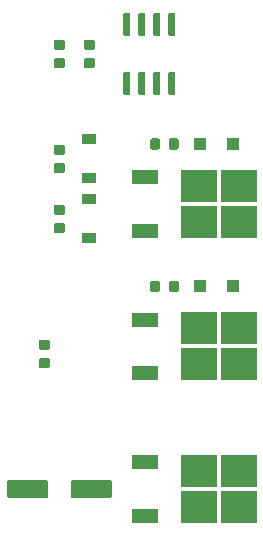
<source format=gbr>
G04 #@! TF.GenerationSoftware,KiCad,Pcbnew,(5.1.5)-3*
G04 #@! TF.CreationDate,2020-06-25T10:52:07+02:00*
G04 #@! TF.ProjectId,VacTool,56616354-6f6f-46c2-9e6b-696361645f70,v0.0*
G04 #@! TF.SameCoordinates,Original*
G04 #@! TF.FileFunction,Paste,Top*
G04 #@! TF.FilePolarity,Positive*
%FSLAX46Y46*%
G04 Gerber Fmt 4.6, Leading zero omitted, Abs format (unit mm)*
G04 Created by KiCad (PCBNEW (5.1.5)-3) date 2020-06-25 10:52:07*
%MOMM*%
%LPD*%
G04 APERTURE LIST*
%ADD10C,0.100000*%
%ADD11R,3.050000X2.750000*%
%ADD12R,2.200000X1.200000*%
%ADD13R,1.100000X1.100000*%
%ADD14R,1.200000X0.900000*%
G04 APERTURE END LIST*
D10*
G36*
X148119703Y-79100722D02*
G01*
X148134264Y-79102882D01*
X148148543Y-79106459D01*
X148162403Y-79111418D01*
X148175710Y-79117712D01*
X148188336Y-79125280D01*
X148200159Y-79134048D01*
X148211066Y-79143934D01*
X148220952Y-79154841D01*
X148229720Y-79166664D01*
X148237288Y-79179290D01*
X148243582Y-79192597D01*
X148248541Y-79206457D01*
X148252118Y-79220736D01*
X148254278Y-79235297D01*
X148255000Y-79250000D01*
X148255000Y-80900000D01*
X148254278Y-80914703D01*
X148252118Y-80929264D01*
X148248541Y-80943543D01*
X148243582Y-80957403D01*
X148237288Y-80970710D01*
X148229720Y-80983336D01*
X148220952Y-80995159D01*
X148211066Y-81006066D01*
X148200159Y-81015952D01*
X148188336Y-81024720D01*
X148175710Y-81032288D01*
X148162403Y-81038582D01*
X148148543Y-81043541D01*
X148134264Y-81047118D01*
X148119703Y-81049278D01*
X148105000Y-81050000D01*
X147805000Y-81050000D01*
X147790297Y-81049278D01*
X147775736Y-81047118D01*
X147761457Y-81043541D01*
X147747597Y-81038582D01*
X147734290Y-81032288D01*
X147721664Y-81024720D01*
X147709841Y-81015952D01*
X147698934Y-81006066D01*
X147689048Y-80995159D01*
X147680280Y-80983336D01*
X147672712Y-80970710D01*
X147666418Y-80957403D01*
X147661459Y-80943543D01*
X147657882Y-80929264D01*
X147655722Y-80914703D01*
X147655000Y-80900000D01*
X147655000Y-79250000D01*
X147655722Y-79235297D01*
X147657882Y-79220736D01*
X147661459Y-79206457D01*
X147666418Y-79192597D01*
X147672712Y-79179290D01*
X147680280Y-79166664D01*
X147689048Y-79154841D01*
X147698934Y-79143934D01*
X147709841Y-79134048D01*
X147721664Y-79125280D01*
X147734290Y-79117712D01*
X147747597Y-79111418D01*
X147761457Y-79106459D01*
X147775736Y-79102882D01*
X147790297Y-79100722D01*
X147805000Y-79100000D01*
X148105000Y-79100000D01*
X148119703Y-79100722D01*
G37*
G36*
X149389703Y-79100722D02*
G01*
X149404264Y-79102882D01*
X149418543Y-79106459D01*
X149432403Y-79111418D01*
X149445710Y-79117712D01*
X149458336Y-79125280D01*
X149470159Y-79134048D01*
X149481066Y-79143934D01*
X149490952Y-79154841D01*
X149499720Y-79166664D01*
X149507288Y-79179290D01*
X149513582Y-79192597D01*
X149518541Y-79206457D01*
X149522118Y-79220736D01*
X149524278Y-79235297D01*
X149525000Y-79250000D01*
X149525000Y-80900000D01*
X149524278Y-80914703D01*
X149522118Y-80929264D01*
X149518541Y-80943543D01*
X149513582Y-80957403D01*
X149507288Y-80970710D01*
X149499720Y-80983336D01*
X149490952Y-80995159D01*
X149481066Y-81006066D01*
X149470159Y-81015952D01*
X149458336Y-81024720D01*
X149445710Y-81032288D01*
X149432403Y-81038582D01*
X149418543Y-81043541D01*
X149404264Y-81047118D01*
X149389703Y-81049278D01*
X149375000Y-81050000D01*
X149075000Y-81050000D01*
X149060297Y-81049278D01*
X149045736Y-81047118D01*
X149031457Y-81043541D01*
X149017597Y-81038582D01*
X149004290Y-81032288D01*
X148991664Y-81024720D01*
X148979841Y-81015952D01*
X148968934Y-81006066D01*
X148959048Y-80995159D01*
X148950280Y-80983336D01*
X148942712Y-80970710D01*
X148936418Y-80957403D01*
X148931459Y-80943543D01*
X148927882Y-80929264D01*
X148925722Y-80914703D01*
X148925000Y-80900000D01*
X148925000Y-79250000D01*
X148925722Y-79235297D01*
X148927882Y-79220736D01*
X148931459Y-79206457D01*
X148936418Y-79192597D01*
X148942712Y-79179290D01*
X148950280Y-79166664D01*
X148959048Y-79154841D01*
X148968934Y-79143934D01*
X148979841Y-79134048D01*
X148991664Y-79125280D01*
X149004290Y-79117712D01*
X149017597Y-79111418D01*
X149031457Y-79106459D01*
X149045736Y-79102882D01*
X149060297Y-79100722D01*
X149075000Y-79100000D01*
X149375000Y-79100000D01*
X149389703Y-79100722D01*
G37*
G36*
X150659703Y-79100722D02*
G01*
X150674264Y-79102882D01*
X150688543Y-79106459D01*
X150702403Y-79111418D01*
X150715710Y-79117712D01*
X150728336Y-79125280D01*
X150740159Y-79134048D01*
X150751066Y-79143934D01*
X150760952Y-79154841D01*
X150769720Y-79166664D01*
X150777288Y-79179290D01*
X150783582Y-79192597D01*
X150788541Y-79206457D01*
X150792118Y-79220736D01*
X150794278Y-79235297D01*
X150795000Y-79250000D01*
X150795000Y-80900000D01*
X150794278Y-80914703D01*
X150792118Y-80929264D01*
X150788541Y-80943543D01*
X150783582Y-80957403D01*
X150777288Y-80970710D01*
X150769720Y-80983336D01*
X150760952Y-80995159D01*
X150751066Y-81006066D01*
X150740159Y-81015952D01*
X150728336Y-81024720D01*
X150715710Y-81032288D01*
X150702403Y-81038582D01*
X150688543Y-81043541D01*
X150674264Y-81047118D01*
X150659703Y-81049278D01*
X150645000Y-81050000D01*
X150345000Y-81050000D01*
X150330297Y-81049278D01*
X150315736Y-81047118D01*
X150301457Y-81043541D01*
X150287597Y-81038582D01*
X150274290Y-81032288D01*
X150261664Y-81024720D01*
X150249841Y-81015952D01*
X150238934Y-81006066D01*
X150229048Y-80995159D01*
X150220280Y-80983336D01*
X150212712Y-80970710D01*
X150206418Y-80957403D01*
X150201459Y-80943543D01*
X150197882Y-80929264D01*
X150195722Y-80914703D01*
X150195000Y-80900000D01*
X150195000Y-79250000D01*
X150195722Y-79235297D01*
X150197882Y-79220736D01*
X150201459Y-79206457D01*
X150206418Y-79192597D01*
X150212712Y-79179290D01*
X150220280Y-79166664D01*
X150229048Y-79154841D01*
X150238934Y-79143934D01*
X150249841Y-79134048D01*
X150261664Y-79125280D01*
X150274290Y-79117712D01*
X150287597Y-79111418D01*
X150301457Y-79106459D01*
X150315736Y-79102882D01*
X150330297Y-79100722D01*
X150345000Y-79100000D01*
X150645000Y-79100000D01*
X150659703Y-79100722D01*
G37*
G36*
X151929703Y-79100722D02*
G01*
X151944264Y-79102882D01*
X151958543Y-79106459D01*
X151972403Y-79111418D01*
X151985710Y-79117712D01*
X151998336Y-79125280D01*
X152010159Y-79134048D01*
X152021066Y-79143934D01*
X152030952Y-79154841D01*
X152039720Y-79166664D01*
X152047288Y-79179290D01*
X152053582Y-79192597D01*
X152058541Y-79206457D01*
X152062118Y-79220736D01*
X152064278Y-79235297D01*
X152065000Y-79250000D01*
X152065000Y-80900000D01*
X152064278Y-80914703D01*
X152062118Y-80929264D01*
X152058541Y-80943543D01*
X152053582Y-80957403D01*
X152047288Y-80970710D01*
X152039720Y-80983336D01*
X152030952Y-80995159D01*
X152021066Y-81006066D01*
X152010159Y-81015952D01*
X151998336Y-81024720D01*
X151985710Y-81032288D01*
X151972403Y-81038582D01*
X151958543Y-81043541D01*
X151944264Y-81047118D01*
X151929703Y-81049278D01*
X151915000Y-81050000D01*
X151615000Y-81050000D01*
X151600297Y-81049278D01*
X151585736Y-81047118D01*
X151571457Y-81043541D01*
X151557597Y-81038582D01*
X151544290Y-81032288D01*
X151531664Y-81024720D01*
X151519841Y-81015952D01*
X151508934Y-81006066D01*
X151499048Y-80995159D01*
X151490280Y-80983336D01*
X151482712Y-80970710D01*
X151476418Y-80957403D01*
X151471459Y-80943543D01*
X151467882Y-80929264D01*
X151465722Y-80914703D01*
X151465000Y-80900000D01*
X151465000Y-79250000D01*
X151465722Y-79235297D01*
X151467882Y-79220736D01*
X151471459Y-79206457D01*
X151476418Y-79192597D01*
X151482712Y-79179290D01*
X151490280Y-79166664D01*
X151499048Y-79154841D01*
X151508934Y-79143934D01*
X151519841Y-79134048D01*
X151531664Y-79125280D01*
X151544290Y-79117712D01*
X151557597Y-79111418D01*
X151571457Y-79106459D01*
X151585736Y-79102882D01*
X151600297Y-79100722D01*
X151615000Y-79100000D01*
X151915000Y-79100000D01*
X151929703Y-79100722D01*
G37*
G36*
X151929703Y-84050722D02*
G01*
X151944264Y-84052882D01*
X151958543Y-84056459D01*
X151972403Y-84061418D01*
X151985710Y-84067712D01*
X151998336Y-84075280D01*
X152010159Y-84084048D01*
X152021066Y-84093934D01*
X152030952Y-84104841D01*
X152039720Y-84116664D01*
X152047288Y-84129290D01*
X152053582Y-84142597D01*
X152058541Y-84156457D01*
X152062118Y-84170736D01*
X152064278Y-84185297D01*
X152065000Y-84200000D01*
X152065000Y-85850000D01*
X152064278Y-85864703D01*
X152062118Y-85879264D01*
X152058541Y-85893543D01*
X152053582Y-85907403D01*
X152047288Y-85920710D01*
X152039720Y-85933336D01*
X152030952Y-85945159D01*
X152021066Y-85956066D01*
X152010159Y-85965952D01*
X151998336Y-85974720D01*
X151985710Y-85982288D01*
X151972403Y-85988582D01*
X151958543Y-85993541D01*
X151944264Y-85997118D01*
X151929703Y-85999278D01*
X151915000Y-86000000D01*
X151615000Y-86000000D01*
X151600297Y-85999278D01*
X151585736Y-85997118D01*
X151571457Y-85993541D01*
X151557597Y-85988582D01*
X151544290Y-85982288D01*
X151531664Y-85974720D01*
X151519841Y-85965952D01*
X151508934Y-85956066D01*
X151499048Y-85945159D01*
X151490280Y-85933336D01*
X151482712Y-85920710D01*
X151476418Y-85907403D01*
X151471459Y-85893543D01*
X151467882Y-85879264D01*
X151465722Y-85864703D01*
X151465000Y-85850000D01*
X151465000Y-84200000D01*
X151465722Y-84185297D01*
X151467882Y-84170736D01*
X151471459Y-84156457D01*
X151476418Y-84142597D01*
X151482712Y-84129290D01*
X151490280Y-84116664D01*
X151499048Y-84104841D01*
X151508934Y-84093934D01*
X151519841Y-84084048D01*
X151531664Y-84075280D01*
X151544290Y-84067712D01*
X151557597Y-84061418D01*
X151571457Y-84056459D01*
X151585736Y-84052882D01*
X151600297Y-84050722D01*
X151615000Y-84050000D01*
X151915000Y-84050000D01*
X151929703Y-84050722D01*
G37*
G36*
X150659703Y-84050722D02*
G01*
X150674264Y-84052882D01*
X150688543Y-84056459D01*
X150702403Y-84061418D01*
X150715710Y-84067712D01*
X150728336Y-84075280D01*
X150740159Y-84084048D01*
X150751066Y-84093934D01*
X150760952Y-84104841D01*
X150769720Y-84116664D01*
X150777288Y-84129290D01*
X150783582Y-84142597D01*
X150788541Y-84156457D01*
X150792118Y-84170736D01*
X150794278Y-84185297D01*
X150795000Y-84200000D01*
X150795000Y-85850000D01*
X150794278Y-85864703D01*
X150792118Y-85879264D01*
X150788541Y-85893543D01*
X150783582Y-85907403D01*
X150777288Y-85920710D01*
X150769720Y-85933336D01*
X150760952Y-85945159D01*
X150751066Y-85956066D01*
X150740159Y-85965952D01*
X150728336Y-85974720D01*
X150715710Y-85982288D01*
X150702403Y-85988582D01*
X150688543Y-85993541D01*
X150674264Y-85997118D01*
X150659703Y-85999278D01*
X150645000Y-86000000D01*
X150345000Y-86000000D01*
X150330297Y-85999278D01*
X150315736Y-85997118D01*
X150301457Y-85993541D01*
X150287597Y-85988582D01*
X150274290Y-85982288D01*
X150261664Y-85974720D01*
X150249841Y-85965952D01*
X150238934Y-85956066D01*
X150229048Y-85945159D01*
X150220280Y-85933336D01*
X150212712Y-85920710D01*
X150206418Y-85907403D01*
X150201459Y-85893543D01*
X150197882Y-85879264D01*
X150195722Y-85864703D01*
X150195000Y-85850000D01*
X150195000Y-84200000D01*
X150195722Y-84185297D01*
X150197882Y-84170736D01*
X150201459Y-84156457D01*
X150206418Y-84142597D01*
X150212712Y-84129290D01*
X150220280Y-84116664D01*
X150229048Y-84104841D01*
X150238934Y-84093934D01*
X150249841Y-84084048D01*
X150261664Y-84075280D01*
X150274290Y-84067712D01*
X150287597Y-84061418D01*
X150301457Y-84056459D01*
X150315736Y-84052882D01*
X150330297Y-84050722D01*
X150345000Y-84050000D01*
X150645000Y-84050000D01*
X150659703Y-84050722D01*
G37*
G36*
X149389703Y-84050722D02*
G01*
X149404264Y-84052882D01*
X149418543Y-84056459D01*
X149432403Y-84061418D01*
X149445710Y-84067712D01*
X149458336Y-84075280D01*
X149470159Y-84084048D01*
X149481066Y-84093934D01*
X149490952Y-84104841D01*
X149499720Y-84116664D01*
X149507288Y-84129290D01*
X149513582Y-84142597D01*
X149518541Y-84156457D01*
X149522118Y-84170736D01*
X149524278Y-84185297D01*
X149525000Y-84200000D01*
X149525000Y-85850000D01*
X149524278Y-85864703D01*
X149522118Y-85879264D01*
X149518541Y-85893543D01*
X149513582Y-85907403D01*
X149507288Y-85920710D01*
X149499720Y-85933336D01*
X149490952Y-85945159D01*
X149481066Y-85956066D01*
X149470159Y-85965952D01*
X149458336Y-85974720D01*
X149445710Y-85982288D01*
X149432403Y-85988582D01*
X149418543Y-85993541D01*
X149404264Y-85997118D01*
X149389703Y-85999278D01*
X149375000Y-86000000D01*
X149075000Y-86000000D01*
X149060297Y-85999278D01*
X149045736Y-85997118D01*
X149031457Y-85993541D01*
X149017597Y-85988582D01*
X149004290Y-85982288D01*
X148991664Y-85974720D01*
X148979841Y-85965952D01*
X148968934Y-85956066D01*
X148959048Y-85945159D01*
X148950280Y-85933336D01*
X148942712Y-85920710D01*
X148936418Y-85907403D01*
X148931459Y-85893543D01*
X148927882Y-85879264D01*
X148925722Y-85864703D01*
X148925000Y-85850000D01*
X148925000Y-84200000D01*
X148925722Y-84185297D01*
X148927882Y-84170736D01*
X148931459Y-84156457D01*
X148936418Y-84142597D01*
X148942712Y-84129290D01*
X148950280Y-84116664D01*
X148959048Y-84104841D01*
X148968934Y-84093934D01*
X148979841Y-84084048D01*
X148991664Y-84075280D01*
X149004290Y-84067712D01*
X149017597Y-84061418D01*
X149031457Y-84056459D01*
X149045736Y-84052882D01*
X149060297Y-84050722D01*
X149075000Y-84050000D01*
X149375000Y-84050000D01*
X149389703Y-84050722D01*
G37*
G36*
X148119703Y-84050722D02*
G01*
X148134264Y-84052882D01*
X148148543Y-84056459D01*
X148162403Y-84061418D01*
X148175710Y-84067712D01*
X148188336Y-84075280D01*
X148200159Y-84084048D01*
X148211066Y-84093934D01*
X148220952Y-84104841D01*
X148229720Y-84116664D01*
X148237288Y-84129290D01*
X148243582Y-84142597D01*
X148248541Y-84156457D01*
X148252118Y-84170736D01*
X148254278Y-84185297D01*
X148255000Y-84200000D01*
X148255000Y-85850000D01*
X148254278Y-85864703D01*
X148252118Y-85879264D01*
X148248541Y-85893543D01*
X148243582Y-85907403D01*
X148237288Y-85920710D01*
X148229720Y-85933336D01*
X148220952Y-85945159D01*
X148211066Y-85956066D01*
X148200159Y-85965952D01*
X148188336Y-85974720D01*
X148175710Y-85982288D01*
X148162403Y-85988582D01*
X148148543Y-85993541D01*
X148134264Y-85997118D01*
X148119703Y-85999278D01*
X148105000Y-86000000D01*
X147805000Y-86000000D01*
X147790297Y-85999278D01*
X147775736Y-85997118D01*
X147761457Y-85993541D01*
X147747597Y-85988582D01*
X147734290Y-85982288D01*
X147721664Y-85974720D01*
X147709841Y-85965952D01*
X147698934Y-85956066D01*
X147689048Y-85945159D01*
X147680280Y-85933336D01*
X147672712Y-85920710D01*
X147666418Y-85907403D01*
X147661459Y-85893543D01*
X147657882Y-85879264D01*
X147655722Y-85864703D01*
X147655000Y-85850000D01*
X147655000Y-84200000D01*
X147655722Y-84185297D01*
X147657882Y-84170736D01*
X147661459Y-84156457D01*
X147666418Y-84142597D01*
X147672712Y-84129290D01*
X147680280Y-84116664D01*
X147689048Y-84104841D01*
X147698934Y-84093934D01*
X147709841Y-84084048D01*
X147721664Y-84075280D01*
X147734290Y-84067712D01*
X147747597Y-84061418D01*
X147761457Y-84056459D01*
X147775736Y-84052882D01*
X147790297Y-84050722D01*
X147805000Y-84050000D01*
X148105000Y-84050000D01*
X148119703Y-84050722D01*
G37*
D11*
X154095000Y-120905000D03*
X157445000Y-117855000D03*
X154095000Y-117855000D03*
X157445000Y-120905000D03*
D12*
X149470000Y-121660000D03*
X149470000Y-117100000D03*
D10*
G36*
X142517691Y-90216053D02*
G01*
X142538926Y-90219203D01*
X142559750Y-90224419D01*
X142579962Y-90231651D01*
X142599368Y-90240830D01*
X142617781Y-90251866D01*
X142635024Y-90264654D01*
X142650930Y-90279070D01*
X142665346Y-90294976D01*
X142678134Y-90312219D01*
X142689170Y-90330632D01*
X142698349Y-90350038D01*
X142705581Y-90370250D01*
X142710797Y-90391074D01*
X142713947Y-90412309D01*
X142715000Y-90433750D01*
X142715000Y-90871250D01*
X142713947Y-90892691D01*
X142710797Y-90913926D01*
X142705581Y-90934750D01*
X142698349Y-90954962D01*
X142689170Y-90974368D01*
X142678134Y-90992781D01*
X142665346Y-91010024D01*
X142650930Y-91025930D01*
X142635024Y-91040346D01*
X142617781Y-91053134D01*
X142599368Y-91064170D01*
X142579962Y-91073349D01*
X142559750Y-91080581D01*
X142538926Y-91085797D01*
X142517691Y-91088947D01*
X142496250Y-91090000D01*
X141983750Y-91090000D01*
X141962309Y-91088947D01*
X141941074Y-91085797D01*
X141920250Y-91080581D01*
X141900038Y-91073349D01*
X141880632Y-91064170D01*
X141862219Y-91053134D01*
X141844976Y-91040346D01*
X141829070Y-91025930D01*
X141814654Y-91010024D01*
X141801866Y-90992781D01*
X141790830Y-90974368D01*
X141781651Y-90954962D01*
X141774419Y-90934750D01*
X141769203Y-90913926D01*
X141766053Y-90892691D01*
X141765000Y-90871250D01*
X141765000Y-90433750D01*
X141766053Y-90412309D01*
X141769203Y-90391074D01*
X141774419Y-90370250D01*
X141781651Y-90350038D01*
X141790830Y-90330632D01*
X141801866Y-90312219D01*
X141814654Y-90294976D01*
X141829070Y-90279070D01*
X141844976Y-90264654D01*
X141862219Y-90251866D01*
X141880632Y-90240830D01*
X141900038Y-90231651D01*
X141920250Y-90224419D01*
X141941074Y-90219203D01*
X141962309Y-90216053D01*
X141983750Y-90215000D01*
X142496250Y-90215000D01*
X142517691Y-90216053D01*
G37*
G36*
X142517691Y-91791053D02*
G01*
X142538926Y-91794203D01*
X142559750Y-91799419D01*
X142579962Y-91806651D01*
X142599368Y-91815830D01*
X142617781Y-91826866D01*
X142635024Y-91839654D01*
X142650930Y-91854070D01*
X142665346Y-91869976D01*
X142678134Y-91887219D01*
X142689170Y-91905632D01*
X142698349Y-91925038D01*
X142705581Y-91945250D01*
X142710797Y-91966074D01*
X142713947Y-91987309D01*
X142715000Y-92008750D01*
X142715000Y-92446250D01*
X142713947Y-92467691D01*
X142710797Y-92488926D01*
X142705581Y-92509750D01*
X142698349Y-92529962D01*
X142689170Y-92549368D01*
X142678134Y-92567781D01*
X142665346Y-92585024D01*
X142650930Y-92600930D01*
X142635024Y-92615346D01*
X142617781Y-92628134D01*
X142599368Y-92639170D01*
X142579962Y-92648349D01*
X142559750Y-92655581D01*
X142538926Y-92660797D01*
X142517691Y-92663947D01*
X142496250Y-92665000D01*
X141983750Y-92665000D01*
X141962309Y-92663947D01*
X141941074Y-92660797D01*
X141920250Y-92655581D01*
X141900038Y-92648349D01*
X141880632Y-92639170D01*
X141862219Y-92628134D01*
X141844976Y-92615346D01*
X141829070Y-92600930D01*
X141814654Y-92585024D01*
X141801866Y-92567781D01*
X141790830Y-92549368D01*
X141781651Y-92529962D01*
X141774419Y-92509750D01*
X141769203Y-92488926D01*
X141766053Y-92467691D01*
X141765000Y-92446250D01*
X141765000Y-92008750D01*
X141766053Y-91987309D01*
X141769203Y-91966074D01*
X141774419Y-91945250D01*
X141781651Y-91925038D01*
X141790830Y-91905632D01*
X141801866Y-91887219D01*
X141814654Y-91869976D01*
X141829070Y-91854070D01*
X141844976Y-91839654D01*
X141862219Y-91826866D01*
X141880632Y-91815830D01*
X141900038Y-91806651D01*
X141920250Y-91799419D01*
X141941074Y-91794203D01*
X141962309Y-91791053D01*
X141983750Y-91790000D01*
X142496250Y-91790000D01*
X142517691Y-91791053D01*
G37*
G36*
X142517691Y-96871053D02*
G01*
X142538926Y-96874203D01*
X142559750Y-96879419D01*
X142579962Y-96886651D01*
X142599368Y-96895830D01*
X142617781Y-96906866D01*
X142635024Y-96919654D01*
X142650930Y-96934070D01*
X142665346Y-96949976D01*
X142678134Y-96967219D01*
X142689170Y-96985632D01*
X142698349Y-97005038D01*
X142705581Y-97025250D01*
X142710797Y-97046074D01*
X142713947Y-97067309D01*
X142715000Y-97088750D01*
X142715000Y-97526250D01*
X142713947Y-97547691D01*
X142710797Y-97568926D01*
X142705581Y-97589750D01*
X142698349Y-97609962D01*
X142689170Y-97629368D01*
X142678134Y-97647781D01*
X142665346Y-97665024D01*
X142650930Y-97680930D01*
X142635024Y-97695346D01*
X142617781Y-97708134D01*
X142599368Y-97719170D01*
X142579962Y-97728349D01*
X142559750Y-97735581D01*
X142538926Y-97740797D01*
X142517691Y-97743947D01*
X142496250Y-97745000D01*
X141983750Y-97745000D01*
X141962309Y-97743947D01*
X141941074Y-97740797D01*
X141920250Y-97735581D01*
X141900038Y-97728349D01*
X141880632Y-97719170D01*
X141862219Y-97708134D01*
X141844976Y-97695346D01*
X141829070Y-97680930D01*
X141814654Y-97665024D01*
X141801866Y-97647781D01*
X141790830Y-97629368D01*
X141781651Y-97609962D01*
X141774419Y-97589750D01*
X141769203Y-97568926D01*
X141766053Y-97547691D01*
X141765000Y-97526250D01*
X141765000Y-97088750D01*
X141766053Y-97067309D01*
X141769203Y-97046074D01*
X141774419Y-97025250D01*
X141781651Y-97005038D01*
X141790830Y-96985632D01*
X141801866Y-96967219D01*
X141814654Y-96949976D01*
X141829070Y-96934070D01*
X141844976Y-96919654D01*
X141862219Y-96906866D01*
X141880632Y-96895830D01*
X141900038Y-96886651D01*
X141920250Y-96879419D01*
X141941074Y-96874203D01*
X141962309Y-96871053D01*
X141983750Y-96870000D01*
X142496250Y-96870000D01*
X142517691Y-96871053D01*
G37*
G36*
X142517691Y-95296053D02*
G01*
X142538926Y-95299203D01*
X142559750Y-95304419D01*
X142579962Y-95311651D01*
X142599368Y-95320830D01*
X142617781Y-95331866D01*
X142635024Y-95344654D01*
X142650930Y-95359070D01*
X142665346Y-95374976D01*
X142678134Y-95392219D01*
X142689170Y-95410632D01*
X142698349Y-95430038D01*
X142705581Y-95450250D01*
X142710797Y-95471074D01*
X142713947Y-95492309D01*
X142715000Y-95513750D01*
X142715000Y-95951250D01*
X142713947Y-95972691D01*
X142710797Y-95993926D01*
X142705581Y-96014750D01*
X142698349Y-96034962D01*
X142689170Y-96054368D01*
X142678134Y-96072781D01*
X142665346Y-96090024D01*
X142650930Y-96105930D01*
X142635024Y-96120346D01*
X142617781Y-96133134D01*
X142599368Y-96144170D01*
X142579962Y-96153349D01*
X142559750Y-96160581D01*
X142538926Y-96165797D01*
X142517691Y-96168947D01*
X142496250Y-96170000D01*
X141983750Y-96170000D01*
X141962309Y-96168947D01*
X141941074Y-96165797D01*
X141920250Y-96160581D01*
X141900038Y-96153349D01*
X141880632Y-96144170D01*
X141862219Y-96133134D01*
X141844976Y-96120346D01*
X141829070Y-96105930D01*
X141814654Y-96090024D01*
X141801866Y-96072781D01*
X141790830Y-96054368D01*
X141781651Y-96034962D01*
X141774419Y-96014750D01*
X141769203Y-95993926D01*
X141766053Y-95972691D01*
X141765000Y-95951250D01*
X141765000Y-95513750D01*
X141766053Y-95492309D01*
X141769203Y-95471074D01*
X141774419Y-95450250D01*
X141781651Y-95430038D01*
X141790830Y-95410632D01*
X141801866Y-95392219D01*
X141814654Y-95374976D01*
X141829070Y-95359070D01*
X141844976Y-95344654D01*
X141862219Y-95331866D01*
X141880632Y-95320830D01*
X141900038Y-95311651D01*
X141920250Y-95304419D01*
X141941074Y-95299203D01*
X141962309Y-95296053D01*
X141983750Y-95295000D01*
X142496250Y-95295000D01*
X142517691Y-95296053D01*
G37*
G36*
X150582691Y-101761053D02*
G01*
X150603926Y-101764203D01*
X150624750Y-101769419D01*
X150644962Y-101776651D01*
X150664368Y-101785830D01*
X150682781Y-101796866D01*
X150700024Y-101809654D01*
X150715930Y-101824070D01*
X150730346Y-101839976D01*
X150743134Y-101857219D01*
X150754170Y-101875632D01*
X150763349Y-101895038D01*
X150770581Y-101915250D01*
X150775797Y-101936074D01*
X150778947Y-101957309D01*
X150780000Y-101978750D01*
X150780000Y-102491250D01*
X150778947Y-102512691D01*
X150775797Y-102533926D01*
X150770581Y-102554750D01*
X150763349Y-102574962D01*
X150754170Y-102594368D01*
X150743134Y-102612781D01*
X150730346Y-102630024D01*
X150715930Y-102645930D01*
X150700024Y-102660346D01*
X150682781Y-102673134D01*
X150664368Y-102684170D01*
X150644962Y-102693349D01*
X150624750Y-102700581D01*
X150603926Y-102705797D01*
X150582691Y-102708947D01*
X150561250Y-102710000D01*
X150123750Y-102710000D01*
X150102309Y-102708947D01*
X150081074Y-102705797D01*
X150060250Y-102700581D01*
X150040038Y-102693349D01*
X150020632Y-102684170D01*
X150002219Y-102673134D01*
X149984976Y-102660346D01*
X149969070Y-102645930D01*
X149954654Y-102630024D01*
X149941866Y-102612781D01*
X149930830Y-102594368D01*
X149921651Y-102574962D01*
X149914419Y-102554750D01*
X149909203Y-102533926D01*
X149906053Y-102512691D01*
X149905000Y-102491250D01*
X149905000Y-101978750D01*
X149906053Y-101957309D01*
X149909203Y-101936074D01*
X149914419Y-101915250D01*
X149921651Y-101895038D01*
X149930830Y-101875632D01*
X149941866Y-101857219D01*
X149954654Y-101839976D01*
X149969070Y-101824070D01*
X149984976Y-101809654D01*
X150002219Y-101796866D01*
X150020632Y-101785830D01*
X150040038Y-101776651D01*
X150060250Y-101769419D01*
X150081074Y-101764203D01*
X150102309Y-101761053D01*
X150123750Y-101760000D01*
X150561250Y-101760000D01*
X150582691Y-101761053D01*
G37*
G36*
X152157691Y-101761053D02*
G01*
X152178926Y-101764203D01*
X152199750Y-101769419D01*
X152219962Y-101776651D01*
X152239368Y-101785830D01*
X152257781Y-101796866D01*
X152275024Y-101809654D01*
X152290930Y-101824070D01*
X152305346Y-101839976D01*
X152318134Y-101857219D01*
X152329170Y-101875632D01*
X152338349Y-101895038D01*
X152345581Y-101915250D01*
X152350797Y-101936074D01*
X152353947Y-101957309D01*
X152355000Y-101978750D01*
X152355000Y-102491250D01*
X152353947Y-102512691D01*
X152350797Y-102533926D01*
X152345581Y-102554750D01*
X152338349Y-102574962D01*
X152329170Y-102594368D01*
X152318134Y-102612781D01*
X152305346Y-102630024D01*
X152290930Y-102645930D01*
X152275024Y-102660346D01*
X152257781Y-102673134D01*
X152239368Y-102684170D01*
X152219962Y-102693349D01*
X152199750Y-102700581D01*
X152178926Y-102705797D01*
X152157691Y-102708947D01*
X152136250Y-102710000D01*
X151698750Y-102710000D01*
X151677309Y-102708947D01*
X151656074Y-102705797D01*
X151635250Y-102700581D01*
X151615038Y-102693349D01*
X151595632Y-102684170D01*
X151577219Y-102673134D01*
X151559976Y-102660346D01*
X151544070Y-102645930D01*
X151529654Y-102630024D01*
X151516866Y-102612781D01*
X151505830Y-102594368D01*
X151496651Y-102574962D01*
X151489419Y-102554750D01*
X151484203Y-102533926D01*
X151481053Y-102512691D01*
X151480000Y-102491250D01*
X151480000Y-101978750D01*
X151481053Y-101957309D01*
X151484203Y-101936074D01*
X151489419Y-101915250D01*
X151496651Y-101895038D01*
X151505830Y-101875632D01*
X151516866Y-101857219D01*
X151529654Y-101839976D01*
X151544070Y-101824070D01*
X151559976Y-101809654D01*
X151577219Y-101796866D01*
X151595632Y-101785830D01*
X151615038Y-101776651D01*
X151635250Y-101769419D01*
X151656074Y-101764203D01*
X151677309Y-101761053D01*
X151698750Y-101760000D01*
X152136250Y-101760000D01*
X152157691Y-101761053D01*
G37*
G36*
X141247691Y-106726053D02*
G01*
X141268926Y-106729203D01*
X141289750Y-106734419D01*
X141309962Y-106741651D01*
X141329368Y-106750830D01*
X141347781Y-106761866D01*
X141365024Y-106774654D01*
X141380930Y-106789070D01*
X141395346Y-106804976D01*
X141408134Y-106822219D01*
X141419170Y-106840632D01*
X141428349Y-106860038D01*
X141435581Y-106880250D01*
X141440797Y-106901074D01*
X141443947Y-106922309D01*
X141445000Y-106943750D01*
X141445000Y-107381250D01*
X141443947Y-107402691D01*
X141440797Y-107423926D01*
X141435581Y-107444750D01*
X141428349Y-107464962D01*
X141419170Y-107484368D01*
X141408134Y-107502781D01*
X141395346Y-107520024D01*
X141380930Y-107535930D01*
X141365024Y-107550346D01*
X141347781Y-107563134D01*
X141329368Y-107574170D01*
X141309962Y-107583349D01*
X141289750Y-107590581D01*
X141268926Y-107595797D01*
X141247691Y-107598947D01*
X141226250Y-107600000D01*
X140713750Y-107600000D01*
X140692309Y-107598947D01*
X140671074Y-107595797D01*
X140650250Y-107590581D01*
X140630038Y-107583349D01*
X140610632Y-107574170D01*
X140592219Y-107563134D01*
X140574976Y-107550346D01*
X140559070Y-107535930D01*
X140544654Y-107520024D01*
X140531866Y-107502781D01*
X140520830Y-107484368D01*
X140511651Y-107464962D01*
X140504419Y-107444750D01*
X140499203Y-107423926D01*
X140496053Y-107402691D01*
X140495000Y-107381250D01*
X140495000Y-106943750D01*
X140496053Y-106922309D01*
X140499203Y-106901074D01*
X140504419Y-106880250D01*
X140511651Y-106860038D01*
X140520830Y-106840632D01*
X140531866Y-106822219D01*
X140544654Y-106804976D01*
X140559070Y-106789070D01*
X140574976Y-106774654D01*
X140592219Y-106761866D01*
X140610632Y-106750830D01*
X140630038Y-106741651D01*
X140650250Y-106734419D01*
X140671074Y-106729203D01*
X140692309Y-106726053D01*
X140713750Y-106725000D01*
X141226250Y-106725000D01*
X141247691Y-106726053D01*
G37*
G36*
X141247691Y-108301053D02*
G01*
X141268926Y-108304203D01*
X141289750Y-108309419D01*
X141309962Y-108316651D01*
X141329368Y-108325830D01*
X141347781Y-108336866D01*
X141365024Y-108349654D01*
X141380930Y-108364070D01*
X141395346Y-108379976D01*
X141408134Y-108397219D01*
X141419170Y-108415632D01*
X141428349Y-108435038D01*
X141435581Y-108455250D01*
X141440797Y-108476074D01*
X141443947Y-108497309D01*
X141445000Y-108518750D01*
X141445000Y-108956250D01*
X141443947Y-108977691D01*
X141440797Y-108998926D01*
X141435581Y-109019750D01*
X141428349Y-109039962D01*
X141419170Y-109059368D01*
X141408134Y-109077781D01*
X141395346Y-109095024D01*
X141380930Y-109110930D01*
X141365024Y-109125346D01*
X141347781Y-109138134D01*
X141329368Y-109149170D01*
X141309962Y-109158349D01*
X141289750Y-109165581D01*
X141268926Y-109170797D01*
X141247691Y-109173947D01*
X141226250Y-109175000D01*
X140713750Y-109175000D01*
X140692309Y-109173947D01*
X140671074Y-109170797D01*
X140650250Y-109165581D01*
X140630038Y-109158349D01*
X140610632Y-109149170D01*
X140592219Y-109138134D01*
X140574976Y-109125346D01*
X140559070Y-109110930D01*
X140544654Y-109095024D01*
X140531866Y-109077781D01*
X140520830Y-109059368D01*
X140511651Y-109039962D01*
X140504419Y-109019750D01*
X140499203Y-108998926D01*
X140496053Y-108977691D01*
X140495000Y-108956250D01*
X140495000Y-108518750D01*
X140496053Y-108497309D01*
X140499203Y-108476074D01*
X140504419Y-108455250D01*
X140511651Y-108435038D01*
X140520830Y-108415632D01*
X140531866Y-108397219D01*
X140544654Y-108379976D01*
X140559070Y-108364070D01*
X140574976Y-108349654D01*
X140592219Y-108336866D01*
X140610632Y-108325830D01*
X140630038Y-108316651D01*
X140650250Y-108309419D01*
X140671074Y-108304203D01*
X140692309Y-108301053D01*
X140713750Y-108300000D01*
X141226250Y-108300000D01*
X141247691Y-108301053D01*
G37*
G36*
X150582691Y-89696053D02*
G01*
X150603926Y-89699203D01*
X150624750Y-89704419D01*
X150644962Y-89711651D01*
X150664368Y-89720830D01*
X150682781Y-89731866D01*
X150700024Y-89744654D01*
X150715930Y-89759070D01*
X150730346Y-89774976D01*
X150743134Y-89792219D01*
X150754170Y-89810632D01*
X150763349Y-89830038D01*
X150770581Y-89850250D01*
X150775797Y-89871074D01*
X150778947Y-89892309D01*
X150780000Y-89913750D01*
X150780000Y-90426250D01*
X150778947Y-90447691D01*
X150775797Y-90468926D01*
X150770581Y-90489750D01*
X150763349Y-90509962D01*
X150754170Y-90529368D01*
X150743134Y-90547781D01*
X150730346Y-90565024D01*
X150715930Y-90580930D01*
X150700024Y-90595346D01*
X150682781Y-90608134D01*
X150664368Y-90619170D01*
X150644962Y-90628349D01*
X150624750Y-90635581D01*
X150603926Y-90640797D01*
X150582691Y-90643947D01*
X150561250Y-90645000D01*
X150123750Y-90645000D01*
X150102309Y-90643947D01*
X150081074Y-90640797D01*
X150060250Y-90635581D01*
X150040038Y-90628349D01*
X150020632Y-90619170D01*
X150002219Y-90608134D01*
X149984976Y-90595346D01*
X149969070Y-90580930D01*
X149954654Y-90565024D01*
X149941866Y-90547781D01*
X149930830Y-90529368D01*
X149921651Y-90509962D01*
X149914419Y-90489750D01*
X149909203Y-90468926D01*
X149906053Y-90447691D01*
X149905000Y-90426250D01*
X149905000Y-89913750D01*
X149906053Y-89892309D01*
X149909203Y-89871074D01*
X149914419Y-89850250D01*
X149921651Y-89830038D01*
X149930830Y-89810632D01*
X149941866Y-89792219D01*
X149954654Y-89774976D01*
X149969070Y-89759070D01*
X149984976Y-89744654D01*
X150002219Y-89731866D01*
X150020632Y-89720830D01*
X150040038Y-89711651D01*
X150060250Y-89704419D01*
X150081074Y-89699203D01*
X150102309Y-89696053D01*
X150123750Y-89695000D01*
X150561250Y-89695000D01*
X150582691Y-89696053D01*
G37*
G36*
X152157691Y-89696053D02*
G01*
X152178926Y-89699203D01*
X152199750Y-89704419D01*
X152219962Y-89711651D01*
X152239368Y-89720830D01*
X152257781Y-89731866D01*
X152275024Y-89744654D01*
X152290930Y-89759070D01*
X152305346Y-89774976D01*
X152318134Y-89792219D01*
X152329170Y-89810632D01*
X152338349Y-89830038D01*
X152345581Y-89850250D01*
X152350797Y-89871074D01*
X152353947Y-89892309D01*
X152355000Y-89913750D01*
X152355000Y-90426250D01*
X152353947Y-90447691D01*
X152350797Y-90468926D01*
X152345581Y-90489750D01*
X152338349Y-90509962D01*
X152329170Y-90529368D01*
X152318134Y-90547781D01*
X152305346Y-90565024D01*
X152290930Y-90580930D01*
X152275024Y-90595346D01*
X152257781Y-90608134D01*
X152239368Y-90619170D01*
X152219962Y-90628349D01*
X152199750Y-90635581D01*
X152178926Y-90640797D01*
X152157691Y-90643947D01*
X152136250Y-90645000D01*
X151698750Y-90645000D01*
X151677309Y-90643947D01*
X151656074Y-90640797D01*
X151635250Y-90635581D01*
X151615038Y-90628349D01*
X151595632Y-90619170D01*
X151577219Y-90608134D01*
X151559976Y-90595346D01*
X151544070Y-90580930D01*
X151529654Y-90565024D01*
X151516866Y-90547781D01*
X151505830Y-90529368D01*
X151496651Y-90509962D01*
X151489419Y-90489750D01*
X151484203Y-90468926D01*
X151481053Y-90447691D01*
X151480000Y-90426250D01*
X151480000Y-89913750D01*
X151481053Y-89892309D01*
X151484203Y-89871074D01*
X151489419Y-89850250D01*
X151496651Y-89830038D01*
X151505830Y-89810632D01*
X151516866Y-89792219D01*
X151529654Y-89774976D01*
X151544070Y-89759070D01*
X151559976Y-89744654D01*
X151577219Y-89731866D01*
X151595632Y-89720830D01*
X151615038Y-89711651D01*
X151635250Y-89704419D01*
X151656074Y-89699203D01*
X151677309Y-89696053D01*
X151698750Y-89695000D01*
X152136250Y-89695000D01*
X152157691Y-89696053D01*
G37*
D11*
X154095000Y-108840000D03*
X157445000Y-105790000D03*
X154095000Y-105790000D03*
X157445000Y-108840000D03*
D12*
X149470000Y-109595000D03*
X149470000Y-105035000D03*
D11*
X154095000Y-96775000D03*
X157445000Y-93725000D03*
X154095000Y-93725000D03*
X157445000Y-96775000D03*
D12*
X149470000Y-97530000D03*
X149470000Y-92970000D03*
D13*
X154175000Y-102235000D03*
X156975000Y-102235000D03*
D14*
X144780000Y-89790000D03*
X144780000Y-93090000D03*
X144780000Y-94870000D03*
X144780000Y-98170000D03*
D13*
X154175000Y-90170000D03*
X156975000Y-90170000D03*
D10*
G36*
X145057691Y-81326053D02*
G01*
X145078926Y-81329203D01*
X145099750Y-81334419D01*
X145119962Y-81341651D01*
X145139368Y-81350830D01*
X145157781Y-81361866D01*
X145175024Y-81374654D01*
X145190930Y-81389070D01*
X145205346Y-81404976D01*
X145218134Y-81422219D01*
X145229170Y-81440632D01*
X145238349Y-81460038D01*
X145245581Y-81480250D01*
X145250797Y-81501074D01*
X145253947Y-81522309D01*
X145255000Y-81543750D01*
X145255000Y-81981250D01*
X145253947Y-82002691D01*
X145250797Y-82023926D01*
X145245581Y-82044750D01*
X145238349Y-82064962D01*
X145229170Y-82084368D01*
X145218134Y-82102781D01*
X145205346Y-82120024D01*
X145190930Y-82135930D01*
X145175024Y-82150346D01*
X145157781Y-82163134D01*
X145139368Y-82174170D01*
X145119962Y-82183349D01*
X145099750Y-82190581D01*
X145078926Y-82195797D01*
X145057691Y-82198947D01*
X145036250Y-82200000D01*
X144523750Y-82200000D01*
X144502309Y-82198947D01*
X144481074Y-82195797D01*
X144460250Y-82190581D01*
X144440038Y-82183349D01*
X144420632Y-82174170D01*
X144402219Y-82163134D01*
X144384976Y-82150346D01*
X144369070Y-82135930D01*
X144354654Y-82120024D01*
X144341866Y-82102781D01*
X144330830Y-82084368D01*
X144321651Y-82064962D01*
X144314419Y-82044750D01*
X144309203Y-82023926D01*
X144306053Y-82002691D01*
X144305000Y-81981250D01*
X144305000Y-81543750D01*
X144306053Y-81522309D01*
X144309203Y-81501074D01*
X144314419Y-81480250D01*
X144321651Y-81460038D01*
X144330830Y-81440632D01*
X144341866Y-81422219D01*
X144354654Y-81404976D01*
X144369070Y-81389070D01*
X144384976Y-81374654D01*
X144402219Y-81361866D01*
X144420632Y-81350830D01*
X144440038Y-81341651D01*
X144460250Y-81334419D01*
X144481074Y-81329203D01*
X144502309Y-81326053D01*
X144523750Y-81325000D01*
X145036250Y-81325000D01*
X145057691Y-81326053D01*
G37*
G36*
X145057691Y-82901053D02*
G01*
X145078926Y-82904203D01*
X145099750Y-82909419D01*
X145119962Y-82916651D01*
X145139368Y-82925830D01*
X145157781Y-82936866D01*
X145175024Y-82949654D01*
X145190930Y-82964070D01*
X145205346Y-82979976D01*
X145218134Y-82997219D01*
X145229170Y-83015632D01*
X145238349Y-83035038D01*
X145245581Y-83055250D01*
X145250797Y-83076074D01*
X145253947Y-83097309D01*
X145255000Y-83118750D01*
X145255000Y-83556250D01*
X145253947Y-83577691D01*
X145250797Y-83598926D01*
X145245581Y-83619750D01*
X145238349Y-83639962D01*
X145229170Y-83659368D01*
X145218134Y-83677781D01*
X145205346Y-83695024D01*
X145190930Y-83710930D01*
X145175024Y-83725346D01*
X145157781Y-83738134D01*
X145139368Y-83749170D01*
X145119962Y-83758349D01*
X145099750Y-83765581D01*
X145078926Y-83770797D01*
X145057691Y-83773947D01*
X145036250Y-83775000D01*
X144523750Y-83775000D01*
X144502309Y-83773947D01*
X144481074Y-83770797D01*
X144460250Y-83765581D01*
X144440038Y-83758349D01*
X144420632Y-83749170D01*
X144402219Y-83738134D01*
X144384976Y-83725346D01*
X144369070Y-83710930D01*
X144354654Y-83695024D01*
X144341866Y-83677781D01*
X144330830Y-83659368D01*
X144321651Y-83639962D01*
X144314419Y-83619750D01*
X144309203Y-83598926D01*
X144306053Y-83577691D01*
X144305000Y-83556250D01*
X144305000Y-83118750D01*
X144306053Y-83097309D01*
X144309203Y-83076074D01*
X144314419Y-83055250D01*
X144321651Y-83035038D01*
X144330830Y-83015632D01*
X144341866Y-82997219D01*
X144354654Y-82979976D01*
X144369070Y-82964070D01*
X144384976Y-82949654D01*
X144402219Y-82936866D01*
X144420632Y-82925830D01*
X144440038Y-82916651D01*
X144460250Y-82909419D01*
X144481074Y-82904203D01*
X144502309Y-82901053D01*
X144523750Y-82900000D01*
X145036250Y-82900000D01*
X145057691Y-82901053D01*
G37*
G36*
X142517691Y-81326053D02*
G01*
X142538926Y-81329203D01*
X142559750Y-81334419D01*
X142579962Y-81341651D01*
X142599368Y-81350830D01*
X142617781Y-81361866D01*
X142635024Y-81374654D01*
X142650930Y-81389070D01*
X142665346Y-81404976D01*
X142678134Y-81422219D01*
X142689170Y-81440632D01*
X142698349Y-81460038D01*
X142705581Y-81480250D01*
X142710797Y-81501074D01*
X142713947Y-81522309D01*
X142715000Y-81543750D01*
X142715000Y-81981250D01*
X142713947Y-82002691D01*
X142710797Y-82023926D01*
X142705581Y-82044750D01*
X142698349Y-82064962D01*
X142689170Y-82084368D01*
X142678134Y-82102781D01*
X142665346Y-82120024D01*
X142650930Y-82135930D01*
X142635024Y-82150346D01*
X142617781Y-82163134D01*
X142599368Y-82174170D01*
X142579962Y-82183349D01*
X142559750Y-82190581D01*
X142538926Y-82195797D01*
X142517691Y-82198947D01*
X142496250Y-82200000D01*
X141983750Y-82200000D01*
X141962309Y-82198947D01*
X141941074Y-82195797D01*
X141920250Y-82190581D01*
X141900038Y-82183349D01*
X141880632Y-82174170D01*
X141862219Y-82163134D01*
X141844976Y-82150346D01*
X141829070Y-82135930D01*
X141814654Y-82120024D01*
X141801866Y-82102781D01*
X141790830Y-82084368D01*
X141781651Y-82064962D01*
X141774419Y-82044750D01*
X141769203Y-82023926D01*
X141766053Y-82002691D01*
X141765000Y-81981250D01*
X141765000Y-81543750D01*
X141766053Y-81522309D01*
X141769203Y-81501074D01*
X141774419Y-81480250D01*
X141781651Y-81460038D01*
X141790830Y-81440632D01*
X141801866Y-81422219D01*
X141814654Y-81404976D01*
X141829070Y-81389070D01*
X141844976Y-81374654D01*
X141862219Y-81361866D01*
X141880632Y-81350830D01*
X141900038Y-81341651D01*
X141920250Y-81334419D01*
X141941074Y-81329203D01*
X141962309Y-81326053D01*
X141983750Y-81325000D01*
X142496250Y-81325000D01*
X142517691Y-81326053D01*
G37*
G36*
X142517691Y-82901053D02*
G01*
X142538926Y-82904203D01*
X142559750Y-82909419D01*
X142579962Y-82916651D01*
X142599368Y-82925830D01*
X142617781Y-82936866D01*
X142635024Y-82949654D01*
X142650930Y-82964070D01*
X142665346Y-82979976D01*
X142678134Y-82997219D01*
X142689170Y-83015632D01*
X142698349Y-83035038D01*
X142705581Y-83055250D01*
X142710797Y-83076074D01*
X142713947Y-83097309D01*
X142715000Y-83118750D01*
X142715000Y-83556250D01*
X142713947Y-83577691D01*
X142710797Y-83598926D01*
X142705581Y-83619750D01*
X142698349Y-83639962D01*
X142689170Y-83659368D01*
X142678134Y-83677781D01*
X142665346Y-83695024D01*
X142650930Y-83710930D01*
X142635024Y-83725346D01*
X142617781Y-83738134D01*
X142599368Y-83749170D01*
X142579962Y-83758349D01*
X142559750Y-83765581D01*
X142538926Y-83770797D01*
X142517691Y-83773947D01*
X142496250Y-83775000D01*
X141983750Y-83775000D01*
X141962309Y-83773947D01*
X141941074Y-83770797D01*
X141920250Y-83765581D01*
X141900038Y-83758349D01*
X141880632Y-83749170D01*
X141862219Y-83738134D01*
X141844976Y-83725346D01*
X141829070Y-83710930D01*
X141814654Y-83695024D01*
X141801866Y-83677781D01*
X141790830Y-83659368D01*
X141781651Y-83639962D01*
X141774419Y-83619750D01*
X141769203Y-83598926D01*
X141766053Y-83577691D01*
X141765000Y-83556250D01*
X141765000Y-83118750D01*
X141766053Y-83097309D01*
X141769203Y-83076074D01*
X141774419Y-83055250D01*
X141781651Y-83035038D01*
X141790830Y-83015632D01*
X141801866Y-82997219D01*
X141814654Y-82979976D01*
X141829070Y-82964070D01*
X141844976Y-82949654D01*
X141862219Y-82936866D01*
X141880632Y-82925830D01*
X141900038Y-82916651D01*
X141920250Y-82909419D01*
X141941074Y-82904203D01*
X141962309Y-82901053D01*
X141983750Y-82900000D01*
X142496250Y-82900000D01*
X142517691Y-82901053D01*
G37*
G36*
X141064504Y-118581204D02*
G01*
X141088773Y-118584804D01*
X141112571Y-118590765D01*
X141135671Y-118599030D01*
X141157849Y-118609520D01*
X141178893Y-118622133D01*
X141198598Y-118636747D01*
X141216777Y-118653223D01*
X141233253Y-118671402D01*
X141247867Y-118691107D01*
X141260480Y-118712151D01*
X141270970Y-118734329D01*
X141279235Y-118757429D01*
X141285196Y-118781227D01*
X141288796Y-118805496D01*
X141290000Y-118830000D01*
X141290000Y-119930000D01*
X141288796Y-119954504D01*
X141285196Y-119978773D01*
X141279235Y-120002571D01*
X141270970Y-120025671D01*
X141260480Y-120047849D01*
X141247867Y-120068893D01*
X141233253Y-120088598D01*
X141216777Y-120106777D01*
X141198598Y-120123253D01*
X141178893Y-120137867D01*
X141157849Y-120150480D01*
X141135671Y-120160970D01*
X141112571Y-120169235D01*
X141088773Y-120175196D01*
X141064504Y-120178796D01*
X141040000Y-120180000D01*
X138040000Y-120180000D01*
X138015496Y-120178796D01*
X137991227Y-120175196D01*
X137967429Y-120169235D01*
X137944329Y-120160970D01*
X137922151Y-120150480D01*
X137901107Y-120137867D01*
X137881402Y-120123253D01*
X137863223Y-120106777D01*
X137846747Y-120088598D01*
X137832133Y-120068893D01*
X137819520Y-120047849D01*
X137809030Y-120025671D01*
X137800765Y-120002571D01*
X137794804Y-119978773D01*
X137791204Y-119954504D01*
X137790000Y-119930000D01*
X137790000Y-118830000D01*
X137791204Y-118805496D01*
X137794804Y-118781227D01*
X137800765Y-118757429D01*
X137809030Y-118734329D01*
X137819520Y-118712151D01*
X137832133Y-118691107D01*
X137846747Y-118671402D01*
X137863223Y-118653223D01*
X137881402Y-118636747D01*
X137901107Y-118622133D01*
X137922151Y-118609520D01*
X137944329Y-118599030D01*
X137967429Y-118590765D01*
X137991227Y-118584804D01*
X138015496Y-118581204D01*
X138040000Y-118580000D01*
X141040000Y-118580000D01*
X141064504Y-118581204D01*
G37*
G36*
X146464504Y-118581204D02*
G01*
X146488773Y-118584804D01*
X146512571Y-118590765D01*
X146535671Y-118599030D01*
X146557849Y-118609520D01*
X146578893Y-118622133D01*
X146598598Y-118636747D01*
X146616777Y-118653223D01*
X146633253Y-118671402D01*
X146647867Y-118691107D01*
X146660480Y-118712151D01*
X146670970Y-118734329D01*
X146679235Y-118757429D01*
X146685196Y-118781227D01*
X146688796Y-118805496D01*
X146690000Y-118830000D01*
X146690000Y-119930000D01*
X146688796Y-119954504D01*
X146685196Y-119978773D01*
X146679235Y-120002571D01*
X146670970Y-120025671D01*
X146660480Y-120047849D01*
X146647867Y-120068893D01*
X146633253Y-120088598D01*
X146616777Y-120106777D01*
X146598598Y-120123253D01*
X146578893Y-120137867D01*
X146557849Y-120150480D01*
X146535671Y-120160970D01*
X146512571Y-120169235D01*
X146488773Y-120175196D01*
X146464504Y-120178796D01*
X146440000Y-120180000D01*
X143440000Y-120180000D01*
X143415496Y-120178796D01*
X143391227Y-120175196D01*
X143367429Y-120169235D01*
X143344329Y-120160970D01*
X143322151Y-120150480D01*
X143301107Y-120137867D01*
X143281402Y-120123253D01*
X143263223Y-120106777D01*
X143246747Y-120088598D01*
X143232133Y-120068893D01*
X143219520Y-120047849D01*
X143209030Y-120025671D01*
X143200765Y-120002571D01*
X143194804Y-119978773D01*
X143191204Y-119954504D01*
X143190000Y-119930000D01*
X143190000Y-118830000D01*
X143191204Y-118805496D01*
X143194804Y-118781227D01*
X143200765Y-118757429D01*
X143209030Y-118734329D01*
X143219520Y-118712151D01*
X143232133Y-118691107D01*
X143246747Y-118671402D01*
X143263223Y-118653223D01*
X143281402Y-118636747D01*
X143301107Y-118622133D01*
X143322151Y-118609520D01*
X143344329Y-118599030D01*
X143367429Y-118590765D01*
X143391227Y-118584804D01*
X143415496Y-118581204D01*
X143440000Y-118580000D01*
X146440000Y-118580000D01*
X146464504Y-118581204D01*
G37*
M02*

</source>
